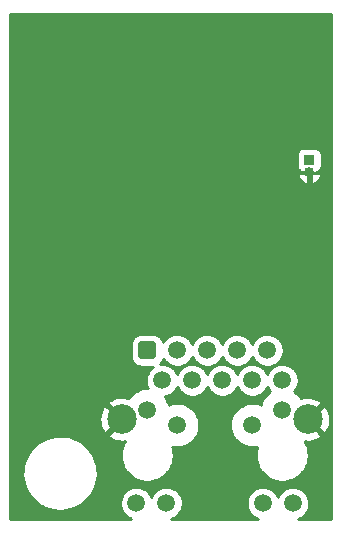
<source format=gbr>
G04 #@! TF.GenerationSoftware,KiCad,Pcbnew,(5.99.0-10539-g7356f9568d)*
G04 #@! TF.CreationDate,2021-06-02T15:47:54+01:00*
G04 #@! TF.ProjectId,CM4IOv5,434d3449-4f76-4352-9e6b-696361645f70,rev?*
G04 #@! TF.SameCoordinates,Original*
G04 #@! TF.FileFunction,Copper,L4,Bot*
G04 #@! TF.FilePolarity,Positive*
%FSLAX46Y46*%
G04 Gerber Fmt 4.6, Leading zero omitted, Abs format (unit mm)*
G04 Created by KiCad (PCBNEW (5.99.0-10539-g7356f9568d)) date 2021-06-02 15:47:54*
%MOMM*%
%LPD*%
G01*
G04 APERTURE LIST*
G04 Aperture macros list*
%AMRoundRect*
0 Rectangle with rounded corners*
0 $1 Rounding radius*
0 $2 $3 $4 $5 $6 $7 $8 $9 X,Y pos of 4 corners*
0 Add a 4 corners polygon primitive as box body*
4,1,4,$2,$3,$4,$5,$6,$7,$8,$9,$2,$3,0*
0 Add four circle primitives for the rounded corners*
1,1,$1+$1,$2,$3*
1,1,$1+$1,$4,$5*
1,1,$1+$1,$6,$7*
1,1,$1+$1,$8,$9*
0 Add four rect primitives between the rounded corners*
20,1,$1+$1,$2,$3,$4,$5,0*
20,1,$1+$1,$4,$5,$6,$7,0*
20,1,$1+$1,$6,$7,$8,$9,0*
20,1,$1+$1,$8,$9,$2,$3,0*%
G04 Aperture macros list end*
G04 #@! TA.AperFunction,ComponentPad*
%ADD10R,0.850000X0.850000*%
G04 #@! TD*
G04 #@! TA.AperFunction,ComponentPad*
%ADD11O,0.850000X0.850000*%
G04 #@! TD*
G04 #@! TA.AperFunction,ComponentPad*
%ADD12RoundRect,0.250500X-0.499500X-0.499500X0.499500X-0.499500X0.499500X0.499500X-0.499500X0.499500X0*%
G04 #@! TD*
G04 #@! TA.AperFunction,ComponentPad*
%ADD13C,1.500000*%
G04 #@! TD*
G04 #@! TA.AperFunction,ComponentPad*
%ADD14C,2.500000*%
G04 #@! TD*
G04 #@! TA.AperFunction,ViaPad*
%ADD15C,0.450000*%
G04 #@! TD*
G04 #@! TA.AperFunction,Conductor*
%ADD16C,0.130000*%
G04 #@! TD*
G04 #@! TA.AperFunction,Conductor*
%ADD17C,0.254000*%
G04 #@! TD*
G04 APERTURE END LIST*
D10*
X124200000Y-100400000D03*
D11*
X124200000Y-101400000D03*
D12*
X110485000Y-116497500D03*
D13*
X111755000Y-119037500D03*
X113025000Y-116497500D03*
X114295000Y-119037500D03*
X115565000Y-116497500D03*
X116835000Y-119037500D03*
X118105000Y-116497500D03*
X119375000Y-119037500D03*
X120645000Y-116497500D03*
X121915000Y-119037500D03*
X110485000Y-121557500D03*
X113025000Y-122827500D03*
X119375000Y-122827500D03*
X121915000Y-121557500D03*
X109570000Y-129447500D03*
X112110000Y-129447500D03*
X120290000Y-129447500D03*
X122830000Y-129447500D03*
D14*
X108325000Y-122337500D03*
X124075000Y-122337500D03*
D15*
X121450000Y-112700000D03*
X124150000Y-117400000D03*
X102200000Y-110400000D03*
X101200000Y-106150000D03*
X108200000Y-118400000D03*
X119175011Y-112400000D03*
X101377101Y-107699704D03*
X112170483Y-112588469D03*
X101270484Y-90920278D03*
X101435806Y-104166129D03*
X109950000Y-103150000D03*
X101200000Y-106150000D03*
X101347273Y-100353306D03*
X101347273Y-100353306D03*
X124700000Y-110150000D03*
X100918000Y-109161016D03*
X111700000Y-96900000D03*
X106200000Y-108900000D03*
X101435806Y-98633871D03*
X125200000Y-89150000D03*
X102450000Y-114900000D03*
X101407690Y-95861537D03*
X101435806Y-102166129D03*
X106200000Y-109400000D03*
X119950000Y-103900000D03*
X122950000Y-97150000D03*
X101450000Y-97400000D03*
X114200000Y-112400000D03*
D16*
X102200000Y-110400000D02*
X102200000Y-107900000D01*
D17*
X126066000Y-130766000D02*
X123257513Y-130766000D01*
X123424452Y-130702919D01*
X123444620Y-130693169D01*
X123637373Y-130577809D01*
X123655496Y-130564642D01*
X123824773Y-130416972D01*
X123840278Y-130400804D01*
X123980730Y-130225491D01*
X123993127Y-130206832D01*
X124100314Y-130009418D01*
X124109211Y-129988859D01*
X124179745Y-129775584D01*
X124184860Y-129753774D01*
X124216511Y-129531379D01*
X124217725Y-129516925D01*
X124219457Y-129450799D01*
X124219001Y-129436299D01*
X124199032Y-129212552D01*
X124195065Y-129190505D01*
X124135790Y-128973831D01*
X124127982Y-128952835D01*
X124031274Y-128750082D01*
X124019870Y-128730800D01*
X123888785Y-128548377D01*
X123874148Y-128531419D01*
X123712831Y-128375092D01*
X123695422Y-128360994D01*
X123508972Y-128235705D01*
X123489341Y-128224914D01*
X123283650Y-128134622D01*
X123262420Y-128127476D01*
X123043991Y-128075035D01*
X123021829Y-128071763D01*
X122797566Y-128058832D01*
X122775175Y-128059536D01*
X122552166Y-128086524D01*
X122530255Y-128091181D01*
X122315549Y-128157233D01*
X122294808Y-128165697D01*
X122095193Y-128268726D01*
X122076279Y-128280729D01*
X121898063Y-128417478D01*
X121881573Y-128432641D01*
X121730390Y-128598789D01*
X121716847Y-128616633D01*
X121597476Y-128806927D01*
X121587306Y-128826887D01*
X121560140Y-128894464D01*
X121491274Y-128750082D01*
X121479870Y-128730800D01*
X121348785Y-128548377D01*
X121334148Y-128531419D01*
X121172831Y-128375092D01*
X121155422Y-128360994D01*
X120968972Y-128235705D01*
X120949341Y-128224914D01*
X120743650Y-128134622D01*
X120722420Y-128127476D01*
X120503991Y-128075035D01*
X120481829Y-128071763D01*
X120257566Y-128058832D01*
X120235175Y-128059536D01*
X120012166Y-128086524D01*
X119990255Y-128091181D01*
X119775549Y-128157233D01*
X119754808Y-128165697D01*
X119555193Y-128268726D01*
X119536279Y-128280729D01*
X119358063Y-128417478D01*
X119341573Y-128432641D01*
X119190390Y-128598789D01*
X119176847Y-128616633D01*
X119057476Y-128806927D01*
X119047306Y-128826887D01*
X118963520Y-129035312D01*
X118957045Y-129056757D01*
X118911492Y-129276726D01*
X118908917Y-129298978D01*
X118903036Y-129523537D01*
X118904443Y-129545895D01*
X118938422Y-129767946D01*
X118943765Y-129789700D01*
X119016528Y-130002225D01*
X119025640Y-130022691D01*
X119134889Y-130218971D01*
X119147480Y-130237498D01*
X119289760Y-130411331D01*
X119305434Y-130427336D01*
X119476248Y-130573225D01*
X119494508Y-130586202D01*
X119688458Y-130699537D01*
X119708727Y-130709075D01*
X119864282Y-130766000D01*
X112537513Y-130766000D01*
X112704452Y-130702919D01*
X112724620Y-130693169D01*
X112917373Y-130577809D01*
X112935496Y-130564642D01*
X113104773Y-130416972D01*
X113120278Y-130400804D01*
X113260730Y-130225491D01*
X113273127Y-130206832D01*
X113380314Y-130009418D01*
X113389211Y-129988859D01*
X113459745Y-129775584D01*
X113464860Y-129753774D01*
X113496511Y-129531379D01*
X113497725Y-129516925D01*
X113499457Y-129450799D01*
X113499001Y-129436299D01*
X113479032Y-129212552D01*
X113475065Y-129190505D01*
X113415790Y-128973831D01*
X113407982Y-128952835D01*
X113311274Y-128750082D01*
X113299870Y-128730800D01*
X113168785Y-128548377D01*
X113154148Y-128531419D01*
X112992831Y-128375092D01*
X112975422Y-128360994D01*
X112788972Y-128235705D01*
X112769341Y-128224914D01*
X112563650Y-128134622D01*
X112542420Y-128127476D01*
X112323991Y-128075035D01*
X112301829Y-128071763D01*
X112077566Y-128058832D01*
X112055175Y-128059536D01*
X111832166Y-128086524D01*
X111810255Y-128091181D01*
X111595549Y-128157233D01*
X111574808Y-128165697D01*
X111375193Y-128268726D01*
X111356279Y-128280729D01*
X111178063Y-128417478D01*
X111161573Y-128432641D01*
X111010390Y-128598789D01*
X110996847Y-128616633D01*
X110877476Y-128806927D01*
X110867306Y-128826887D01*
X110840140Y-128894464D01*
X110771274Y-128750082D01*
X110759870Y-128730800D01*
X110628785Y-128548377D01*
X110614148Y-128531419D01*
X110452831Y-128375092D01*
X110435422Y-128360994D01*
X110248972Y-128235705D01*
X110229341Y-128224914D01*
X110023650Y-128134622D01*
X110002420Y-128127476D01*
X109783991Y-128075035D01*
X109761829Y-128071763D01*
X109537566Y-128058832D01*
X109515175Y-128059536D01*
X109292166Y-128086524D01*
X109270255Y-128091181D01*
X109055549Y-128157233D01*
X109034808Y-128165697D01*
X108835193Y-128268726D01*
X108816279Y-128280729D01*
X108638063Y-128417478D01*
X108621573Y-128432641D01*
X108470390Y-128598789D01*
X108456847Y-128616633D01*
X108337476Y-128806927D01*
X108327306Y-128826887D01*
X108243520Y-129035312D01*
X108237045Y-129056757D01*
X108191492Y-129276726D01*
X108188917Y-129298978D01*
X108183036Y-129523537D01*
X108184443Y-129545895D01*
X108218422Y-129767946D01*
X108223765Y-129789700D01*
X108296528Y-130002225D01*
X108305640Y-130022691D01*
X108414889Y-130218971D01*
X108427480Y-130237498D01*
X108569760Y-130411331D01*
X108585434Y-130427336D01*
X108756248Y-130573225D01*
X108774508Y-130586202D01*
X108968458Y-130699537D01*
X108988727Y-130709075D01*
X109144282Y-130766000D01*
X98834000Y-130766000D01*
X98834000Y-127003886D01*
X99920391Y-127003886D01*
X99920890Y-127018164D01*
X99952591Y-127363161D01*
X99954702Y-127377291D01*
X100025254Y-127716481D01*
X100028952Y-127730281D01*
X100137447Y-128059303D01*
X100142683Y-128072595D01*
X100287728Y-128387221D01*
X100294435Y-128399835D01*
X100474163Y-128696019D01*
X100482255Y-128707794D01*
X100694358Y-128981728D01*
X100703731Y-128992509D01*
X100945480Y-129240672D01*
X100956013Y-129250325D01*
X101224301Y-129469525D01*
X101235859Y-129477922D01*
X101527237Y-129665343D01*
X101539672Y-129672378D01*
X101850393Y-129825609D01*
X101863544Y-129831191D01*
X102189614Y-129948262D01*
X102203312Y-129952320D01*
X102540539Y-130031726D01*
X102554608Y-130034207D01*
X102898656Y-130074928D01*
X102912916Y-130075800D01*
X103259363Y-130077312D01*
X103273630Y-130076564D01*
X103618020Y-130038847D01*
X103632111Y-130036489D01*
X103970018Y-129960028D01*
X103983751Y-129956090D01*
X104310830Y-129841869D01*
X104324029Y-129836402D01*
X104636076Y-129685889D01*
X104648572Y-129678963D01*
X104941574Y-129494092D01*
X104953204Y-129485795D01*
X105223395Y-129268944D01*
X105234012Y-129259385D01*
X105477917Y-129013342D01*
X105487384Y-129002642D01*
X105701869Y-128730569D01*
X105710063Y-128718866D01*
X105892370Y-128424262D01*
X105899187Y-128411706D01*
X106046971Y-128098357D01*
X106052323Y-128085112D01*
X106163686Y-127757049D01*
X106167504Y-127743281D01*
X106241013Y-127404720D01*
X106243248Y-127390610D01*
X106277958Y-127045903D01*
X106278562Y-127036028D01*
X106281470Y-126902749D01*
X106281297Y-126892857D01*
X106261656Y-126546965D01*
X106260039Y-126532770D01*
X106201368Y-126191324D01*
X106198154Y-126177403D01*
X106101207Y-125844794D01*
X106096438Y-125831327D01*
X105962462Y-125511831D01*
X105956200Y-125498991D01*
X105786918Y-125196715D01*
X105779241Y-125184665D01*
X105576827Y-124903496D01*
X105567837Y-124892394D01*
X105334896Y-124635945D01*
X105324706Y-124625931D01*
X105064232Y-124397501D01*
X105052973Y-124388705D01*
X104768313Y-124191230D01*
X104756132Y-124183766D01*
X104450948Y-124019785D01*
X104438000Y-124013747D01*
X104116214Y-123885367D01*
X104102666Y-123880834D01*
X103768416Y-123789707D01*
X103754442Y-123786736D01*
X103412025Y-123734033D01*
X103397804Y-123732664D01*
X103051621Y-123719062D01*
X103037336Y-123719311D01*
X102691839Y-123744986D01*
X102677675Y-123746851D01*
X102337306Y-123811472D01*
X102323444Y-123814928D01*
X101992577Y-123917665D01*
X101979195Y-123922669D01*
X101662086Y-124062201D01*
X101649356Y-124068687D01*
X101350081Y-124243219D01*
X101338168Y-124251104D01*
X101060573Y-124458393D01*
X101049629Y-124467577D01*
X100797286Y-124704959D01*
X100787452Y-124715321D01*
X100563602Y-124979742D01*
X100555004Y-124991152D01*
X100362527Y-125279215D01*
X100355276Y-125291525D01*
X100196646Y-125599524D01*
X100190835Y-125612575D01*
X100068091Y-125936552D01*
X100063795Y-125950178D01*
X99978515Y-126285968D01*
X99975789Y-126299992D01*
X99929070Y-126643277D01*
X99927949Y-126657519D01*
X99920391Y-127003886D01*
X98834000Y-127003886D01*
X98834000Y-122297395D01*
X106436749Y-122297395D01*
X106449286Y-122558401D01*
X106451562Y-122576938D01*
X106502541Y-122833223D01*
X106507532Y-122851218D01*
X106595831Y-123097154D01*
X106603427Y-123114216D01*
X106727109Y-123344398D01*
X106737143Y-123360147D01*
X106814277Y-123463443D01*
X106871061Y-123506058D01*
X106941871Y-123511207D01*
X107004330Y-123477150D01*
X108054885Y-122426595D01*
X108088911Y-122364283D01*
X108083846Y-122293468D01*
X108054885Y-122248405D01*
X107002555Y-121196075D01*
X106940243Y-121162049D01*
X106869428Y-121167114D01*
X106816587Y-121204600D01*
X106792841Y-121233151D01*
X106781995Y-121248356D01*
X106646436Y-121471750D01*
X106637958Y-121488389D01*
X106536908Y-121729366D01*
X106530982Y-121747077D01*
X106466661Y-122000343D01*
X106463418Y-122018734D01*
X106437238Y-122278726D01*
X106436749Y-122297395D01*
X98834000Y-122297395D01*
X98834000Y-120944512D01*
X107147604Y-120944512D01*
X107177685Y-121008821D01*
X107183058Y-121014538D01*
X108506020Y-122337500D01*
X107185313Y-123658207D01*
X107151287Y-123720519D01*
X107156352Y-123791334D01*
X107199903Y-123848914D01*
X107316247Y-123934221D01*
X107332085Y-123944117D01*
X107563338Y-124065785D01*
X107580464Y-124073232D01*
X107827161Y-124159382D01*
X107845200Y-124164216D01*
X108101921Y-124212956D01*
X108120476Y-124215070D01*
X108381581Y-124225329D01*
X108400245Y-124224677D01*
X108583746Y-124204580D01*
X108577398Y-124214820D01*
X108442868Y-124468903D01*
X108435896Y-124484561D01*
X108337093Y-124754551D01*
X108332311Y-124771010D01*
X108271065Y-125051912D01*
X108268561Y-125068868D01*
X108246004Y-125355482D01*
X108245825Y-125372621D01*
X108262375Y-125659645D01*
X108264523Y-125676650D01*
X108319873Y-125958772D01*
X108324309Y-125975327D01*
X108417435Y-126247327D01*
X108424077Y-126263128D01*
X108553257Y-126519973D01*
X108561982Y-126534726D01*
X108724824Y-126771663D01*
X108735470Y-126785096D01*
X108928961Y-126997740D01*
X108941333Y-127009603D01*
X109161894Y-127194020D01*
X109175760Y-127204094D01*
X109419308Y-127356872D01*
X109434413Y-127364972D01*
X109696442Y-127483282D01*
X109712507Y-127489256D01*
X109988168Y-127570911D01*
X110004895Y-127574650D01*
X110289088Y-127618138D01*
X110306168Y-127619572D01*
X110593633Y-127624088D01*
X110610750Y-127623191D01*
X110896168Y-127588651D01*
X110913003Y-127585440D01*
X111191094Y-127512485D01*
X111207339Y-127507018D01*
X111472954Y-127396996D01*
X111488306Y-127389375D01*
X111736533Y-127244323D01*
X111750709Y-127234689D01*
X111976954Y-127057291D01*
X111989692Y-127045822D01*
X112189767Y-126839360D01*
X112200830Y-126826269D01*
X112371034Y-126594564D01*
X112380218Y-126580092D01*
X112517402Y-126327431D01*
X112524537Y-126311847D01*
X112626161Y-126042907D01*
X112631115Y-126026498D01*
X112695299Y-125746253D01*
X112697980Y-125729325D01*
X112723537Y-125442963D01*
X112724029Y-125433083D01*
X112724493Y-125388821D01*
X112724208Y-125378930D01*
X112704654Y-125092095D01*
X112702328Y-125075114D01*
X112644026Y-124793587D01*
X112639417Y-124777078D01*
X112596674Y-124656376D01*
X112802770Y-124695504D01*
X112821325Y-124697618D01*
X113081319Y-124707834D01*
X113099983Y-124707182D01*
X113358631Y-124678855D01*
X113376994Y-124675452D01*
X113628615Y-124609206D01*
X113646273Y-124603126D01*
X113885338Y-124500416D01*
X113901903Y-124491792D01*
X114123160Y-124354873D01*
X114138269Y-124343896D01*
X114336858Y-124175778D01*
X114350178Y-124162689D01*
X114521737Y-123967064D01*
X114532976Y-123952149D01*
X114673734Y-123733315D01*
X114682645Y-123716903D01*
X114789512Y-123479667D01*
X114795899Y-123462118D01*
X114866527Y-123211692D01*
X114870251Y-123193391D01*
X114903087Y-122935277D01*
X114904051Y-122922674D01*
X114906457Y-122830798D01*
X114906154Y-122818162D01*
X114886871Y-122558683D01*
X114884110Y-122540213D01*
X114826686Y-122286433D01*
X114821226Y-122268573D01*
X114726921Y-122026070D01*
X114718881Y-122009215D01*
X114589768Y-121783314D01*
X114579325Y-121767831D01*
X114418240Y-121563495D01*
X114405623Y-121549726D01*
X114216105Y-121371445D01*
X114201592Y-121359692D01*
X113987804Y-121211382D01*
X113971712Y-121201904D01*
X113738350Y-121086823D01*
X113721035Y-121079827D01*
X113473226Y-121000503D01*
X113455067Y-120996144D01*
X113198256Y-120954319D01*
X113179651Y-120952691D01*
X112919478Y-120949285D01*
X112900838Y-120950425D01*
X112643020Y-120985513D01*
X112624753Y-120989396D01*
X112374953Y-121062206D01*
X112357460Y-121068746D01*
X112304090Y-121093350D01*
X112286686Y-121016433D01*
X112281226Y-120998573D01*
X112186921Y-120756070D01*
X112178881Y-120739215D01*
X112049768Y-120513314D01*
X112039325Y-120497831D01*
X111967136Y-120406259D01*
X112117742Y-120378346D01*
X112139318Y-120372322D01*
X112349452Y-120292919D01*
X112369620Y-120283169D01*
X112562373Y-120167809D01*
X112580496Y-120154642D01*
X112749773Y-120006972D01*
X112765278Y-119990804D01*
X112905730Y-119815491D01*
X112918127Y-119796832D01*
X113024993Y-119600008D01*
X113030640Y-119612691D01*
X113139889Y-119808971D01*
X113152480Y-119827498D01*
X113294760Y-120001331D01*
X113310434Y-120017336D01*
X113481248Y-120163225D01*
X113499508Y-120176202D01*
X113693458Y-120289537D01*
X113713727Y-120299075D01*
X113924681Y-120376273D01*
X113946319Y-120382071D01*
X114167610Y-120420693D01*
X114189933Y-120422567D01*
X114414566Y-120421391D01*
X114436868Y-120419283D01*
X114657742Y-120378346D01*
X114679318Y-120372322D01*
X114889452Y-120292919D01*
X114909620Y-120283169D01*
X115102373Y-120167809D01*
X115120496Y-120154642D01*
X115289773Y-120006972D01*
X115305278Y-119990804D01*
X115445730Y-119815491D01*
X115458127Y-119796832D01*
X115564993Y-119600008D01*
X115570640Y-119612691D01*
X115679889Y-119808971D01*
X115692480Y-119827498D01*
X115834760Y-120001331D01*
X115850434Y-120017336D01*
X116021248Y-120163225D01*
X116039508Y-120176202D01*
X116233458Y-120289537D01*
X116253727Y-120299075D01*
X116464681Y-120376273D01*
X116486319Y-120382071D01*
X116707610Y-120420693D01*
X116729933Y-120422567D01*
X116954566Y-120421391D01*
X116976868Y-120419283D01*
X117197742Y-120378346D01*
X117219318Y-120372322D01*
X117429452Y-120292919D01*
X117449620Y-120283169D01*
X117642373Y-120167809D01*
X117660496Y-120154642D01*
X117829773Y-120006972D01*
X117845278Y-119990804D01*
X117985730Y-119815491D01*
X117998127Y-119796832D01*
X118104993Y-119600008D01*
X118110640Y-119612691D01*
X118219889Y-119808971D01*
X118232480Y-119827498D01*
X118374760Y-120001331D01*
X118390434Y-120017336D01*
X118561248Y-120163225D01*
X118579508Y-120176202D01*
X118773458Y-120289537D01*
X118793727Y-120299075D01*
X119004681Y-120376273D01*
X119026319Y-120382071D01*
X119247610Y-120420693D01*
X119269933Y-120422567D01*
X119494566Y-120421391D01*
X119516868Y-120419283D01*
X119737742Y-120378346D01*
X119759318Y-120372322D01*
X119969452Y-120292919D01*
X119989620Y-120283169D01*
X120182373Y-120167809D01*
X120200496Y-120154642D01*
X120369773Y-120006972D01*
X120385278Y-119990804D01*
X120525730Y-119815491D01*
X120538127Y-119796832D01*
X120644993Y-119600008D01*
X120650640Y-119612691D01*
X120759889Y-119808971D01*
X120772480Y-119827498D01*
X120897661Y-119980441D01*
X120777234Y-120059396D01*
X120762418Y-120070765D01*
X120568298Y-120244024D01*
X120555325Y-120257458D01*
X120388946Y-120457507D01*
X120378101Y-120472711D01*
X120243119Y-120695155D01*
X120234641Y-120711795D01*
X120134021Y-120951747D01*
X120128095Y-120969457D01*
X120097182Y-121091178D01*
X120088350Y-121086823D01*
X120071035Y-121079827D01*
X119823226Y-121000503D01*
X119805067Y-120996144D01*
X119548256Y-120954319D01*
X119529651Y-120952691D01*
X119269478Y-120949285D01*
X119250838Y-120950425D01*
X118993020Y-120985513D01*
X118974753Y-120989396D01*
X118724953Y-121062206D01*
X118707460Y-121068746D01*
X118471166Y-121177679D01*
X118454832Y-121186733D01*
X118237234Y-121329396D01*
X118222418Y-121340765D01*
X118028298Y-121514024D01*
X118015325Y-121527458D01*
X117848946Y-121727507D01*
X117838101Y-121742711D01*
X117703119Y-121965155D01*
X117694641Y-121981795D01*
X117594021Y-122221747D01*
X117588095Y-122239457D01*
X117524047Y-122491646D01*
X117520804Y-122510037D01*
X117494736Y-122768922D01*
X117494247Y-122787591D01*
X117506730Y-123047487D01*
X117509006Y-123066024D01*
X117559768Y-123321219D01*
X117564759Y-123339214D01*
X117652683Y-123584103D01*
X117660279Y-123601164D01*
X117783434Y-123830367D01*
X117793468Y-123846118D01*
X117949149Y-124054601D01*
X117961401Y-124068695D01*
X118146188Y-124251876D01*
X118160389Y-124264005D01*
X118370222Y-124417860D01*
X118386059Y-124427756D01*
X118616328Y-124548907D01*
X118633455Y-124556354D01*
X118879102Y-124642138D01*
X118897141Y-124646972D01*
X119152770Y-124695504D01*
X119171325Y-124697618D01*
X119431319Y-124707834D01*
X119449983Y-124707182D01*
X119708631Y-124678855D01*
X119726994Y-124675452D01*
X119803401Y-124655336D01*
X119767093Y-124754551D01*
X119762311Y-124771010D01*
X119701065Y-125051912D01*
X119698561Y-125068868D01*
X119676004Y-125355482D01*
X119675825Y-125372621D01*
X119692375Y-125659645D01*
X119694523Y-125676650D01*
X119749873Y-125958772D01*
X119754309Y-125975327D01*
X119847435Y-126247327D01*
X119854077Y-126263128D01*
X119983257Y-126519973D01*
X119991982Y-126534726D01*
X120154824Y-126771663D01*
X120165470Y-126785096D01*
X120358961Y-126997740D01*
X120371333Y-127009603D01*
X120591894Y-127194020D01*
X120605760Y-127204094D01*
X120849308Y-127356872D01*
X120864413Y-127364972D01*
X121126442Y-127483282D01*
X121142507Y-127489256D01*
X121418168Y-127570911D01*
X121434895Y-127574650D01*
X121719088Y-127618138D01*
X121736168Y-127619572D01*
X122023633Y-127624088D01*
X122040750Y-127623191D01*
X122326168Y-127588651D01*
X122343003Y-127585440D01*
X122621094Y-127512485D01*
X122637339Y-127507018D01*
X122902954Y-127396996D01*
X122918306Y-127389375D01*
X123166533Y-127244323D01*
X123180709Y-127234689D01*
X123406954Y-127057291D01*
X123419692Y-127045822D01*
X123619767Y-126839360D01*
X123630830Y-126826269D01*
X123801034Y-126594564D01*
X123810218Y-126580092D01*
X123947402Y-126327431D01*
X123954537Y-126311847D01*
X124056161Y-126042907D01*
X124061115Y-126026498D01*
X124125299Y-125746253D01*
X124127980Y-125729325D01*
X124153537Y-125442963D01*
X124154029Y-125433083D01*
X124154493Y-125388821D01*
X124154208Y-125378930D01*
X124134654Y-125092095D01*
X124132328Y-125075114D01*
X124074026Y-124793587D01*
X124069417Y-124777078D01*
X123973447Y-124506068D01*
X123966640Y-124490338D01*
X123834778Y-124234860D01*
X123825899Y-124220200D01*
X123816017Y-124206139D01*
X123851921Y-124212956D01*
X123870476Y-124215070D01*
X124131581Y-124225329D01*
X124150245Y-124224677D01*
X124409998Y-124196229D01*
X124428361Y-124192826D01*
X124681057Y-124126297D01*
X124698715Y-124120217D01*
X124938801Y-124017068D01*
X124955366Y-124008444D01*
X125177568Y-123870941D01*
X125192674Y-123859967D01*
X125209366Y-123845837D01*
X125248436Y-123786557D01*
X125249254Y-123715565D01*
X125217052Y-123660572D01*
X123893980Y-122337500D01*
X123920763Y-122310717D01*
X124311089Y-122310717D01*
X124316154Y-122381532D01*
X124345115Y-122426595D01*
X125398681Y-123480161D01*
X125460993Y-123514187D01*
X125531808Y-123509122D01*
X125588644Y-123466575D01*
X125593747Y-123459229D01*
X125730326Y-123246894D01*
X125739237Y-123230481D01*
X125846560Y-122992232D01*
X125852947Y-122974683D01*
X125923876Y-122723187D01*
X125927600Y-122704887D01*
X125960577Y-122445669D01*
X125961541Y-122433066D01*
X125963957Y-122340798D01*
X125963654Y-122328162D01*
X125944289Y-122067574D01*
X125941528Y-122049104D01*
X125883858Y-121794241D01*
X125878398Y-121776382D01*
X125783691Y-121532842D01*
X125775651Y-121515986D01*
X125645986Y-121289120D01*
X125635543Y-121273637D01*
X125584176Y-121208478D01*
X125526295Y-121167365D01*
X125455375Y-121164071D01*
X125396131Y-121197389D01*
X124345115Y-122248405D01*
X124311089Y-122310717D01*
X123920763Y-122310717D01*
X125215376Y-121016104D01*
X125249402Y-120953792D01*
X125244337Y-120882977D01*
X125198100Y-120823481D01*
X125041609Y-120714920D01*
X125025518Y-120705442D01*
X124791159Y-120589869D01*
X124773844Y-120582873D01*
X124524977Y-120503210D01*
X124506818Y-120498850D01*
X124248910Y-120456847D01*
X124230306Y-120455220D01*
X123969021Y-120451799D01*
X123950379Y-120452939D01*
X123691460Y-120488177D01*
X123673194Y-120492060D01*
X123496976Y-120543422D01*
X123479768Y-120513314D01*
X123469325Y-120497831D01*
X123308240Y-120293495D01*
X123295623Y-120279726D01*
X123106105Y-120101445D01*
X123091592Y-120089692D01*
X122933769Y-119980206D01*
X123065730Y-119815491D01*
X123078127Y-119796832D01*
X123185314Y-119599418D01*
X123194211Y-119578859D01*
X123264745Y-119365584D01*
X123269860Y-119343774D01*
X123301511Y-119121379D01*
X123302725Y-119106925D01*
X123304457Y-119040799D01*
X123304001Y-119026299D01*
X123284032Y-118802552D01*
X123280065Y-118780505D01*
X123220790Y-118563831D01*
X123212982Y-118542835D01*
X123116274Y-118340082D01*
X123104870Y-118320800D01*
X122973785Y-118138377D01*
X122959148Y-118121419D01*
X122797831Y-117965092D01*
X122780422Y-117950994D01*
X122593972Y-117825705D01*
X122574341Y-117814914D01*
X122368650Y-117724622D01*
X122347420Y-117717476D01*
X122128991Y-117665035D01*
X122106829Y-117661763D01*
X121882566Y-117648832D01*
X121860175Y-117649536D01*
X121637166Y-117676524D01*
X121615255Y-117681181D01*
X121400549Y-117747233D01*
X121379808Y-117755697D01*
X121180193Y-117858726D01*
X121161279Y-117870729D01*
X120983063Y-118007478D01*
X120966573Y-118022641D01*
X120815390Y-118188789D01*
X120801847Y-118206633D01*
X120682476Y-118396927D01*
X120672306Y-118416887D01*
X120645140Y-118484464D01*
X120576274Y-118340082D01*
X120564870Y-118320800D01*
X120433785Y-118138377D01*
X120419148Y-118121419D01*
X120257831Y-117965092D01*
X120240422Y-117950994D01*
X120053972Y-117825705D01*
X120034341Y-117814914D01*
X119828650Y-117724622D01*
X119807420Y-117717476D01*
X119588991Y-117665035D01*
X119566829Y-117661763D01*
X119342566Y-117648832D01*
X119320175Y-117649536D01*
X119097166Y-117676524D01*
X119075255Y-117681181D01*
X118860549Y-117747233D01*
X118839808Y-117755697D01*
X118640193Y-117858726D01*
X118621279Y-117870729D01*
X118443063Y-118007478D01*
X118426573Y-118022641D01*
X118275390Y-118188789D01*
X118261847Y-118206633D01*
X118142476Y-118396927D01*
X118132306Y-118416887D01*
X118105140Y-118484464D01*
X118036274Y-118340082D01*
X118024870Y-118320800D01*
X117893785Y-118138377D01*
X117879148Y-118121419D01*
X117717831Y-117965092D01*
X117700422Y-117950994D01*
X117513972Y-117825705D01*
X117494341Y-117814914D01*
X117288650Y-117724622D01*
X117267420Y-117717476D01*
X117048991Y-117665035D01*
X117026829Y-117661763D01*
X116802566Y-117648832D01*
X116780175Y-117649536D01*
X116557166Y-117676524D01*
X116535255Y-117681181D01*
X116320549Y-117747233D01*
X116299808Y-117755697D01*
X116100193Y-117858726D01*
X116081279Y-117870729D01*
X115903063Y-118007478D01*
X115886573Y-118022641D01*
X115735390Y-118188789D01*
X115721847Y-118206633D01*
X115602476Y-118396927D01*
X115592306Y-118416887D01*
X115565140Y-118484464D01*
X115496274Y-118340082D01*
X115484870Y-118320800D01*
X115353785Y-118138377D01*
X115339148Y-118121419D01*
X115177831Y-117965092D01*
X115160422Y-117950994D01*
X114973972Y-117825705D01*
X114954341Y-117814914D01*
X114748650Y-117724622D01*
X114727420Y-117717476D01*
X114508991Y-117665035D01*
X114486829Y-117661763D01*
X114262566Y-117648832D01*
X114240175Y-117649536D01*
X114017166Y-117676524D01*
X113995255Y-117681181D01*
X113780549Y-117747233D01*
X113759808Y-117755697D01*
X113560193Y-117858726D01*
X113541279Y-117870729D01*
X113363063Y-118007478D01*
X113346573Y-118022641D01*
X113195390Y-118188789D01*
X113181847Y-118206633D01*
X113062476Y-118396927D01*
X113052306Y-118416887D01*
X113025140Y-118484464D01*
X112956274Y-118340082D01*
X112944870Y-118320800D01*
X112813785Y-118138377D01*
X112799148Y-118121419D01*
X112637831Y-117965092D01*
X112620422Y-117950994D01*
X112433972Y-117825705D01*
X112414341Y-117814914D01*
X112208650Y-117724622D01*
X112187420Y-117717476D01*
X111968991Y-117665035D01*
X111946829Y-117661763D01*
X111722566Y-117648832D01*
X111700175Y-117649536D01*
X111570319Y-117665251D01*
X111687732Y-117541307D01*
X111705213Y-117517939D01*
X111794088Y-117364929D01*
X111805725Y-117338167D01*
X111841908Y-117218699D01*
X111869889Y-117268971D01*
X111882480Y-117287498D01*
X112024760Y-117461331D01*
X112040434Y-117477336D01*
X112211248Y-117623225D01*
X112229508Y-117636202D01*
X112423458Y-117749537D01*
X112443727Y-117759075D01*
X112654681Y-117836273D01*
X112676319Y-117842071D01*
X112897610Y-117880693D01*
X112919933Y-117882567D01*
X113144566Y-117881391D01*
X113166868Y-117879283D01*
X113387742Y-117838346D01*
X113409318Y-117832322D01*
X113619452Y-117752919D01*
X113639620Y-117743169D01*
X113832373Y-117627809D01*
X113850496Y-117614642D01*
X114019773Y-117466972D01*
X114035278Y-117450804D01*
X114175730Y-117275491D01*
X114188127Y-117256832D01*
X114294993Y-117060008D01*
X114300640Y-117072691D01*
X114409889Y-117268971D01*
X114422480Y-117287498D01*
X114564760Y-117461331D01*
X114580434Y-117477336D01*
X114751248Y-117623225D01*
X114769508Y-117636202D01*
X114963458Y-117749537D01*
X114983727Y-117759075D01*
X115194681Y-117836273D01*
X115216319Y-117842071D01*
X115437610Y-117880693D01*
X115459933Y-117882567D01*
X115684566Y-117881391D01*
X115706868Y-117879283D01*
X115927742Y-117838346D01*
X115949318Y-117832322D01*
X116159452Y-117752919D01*
X116179620Y-117743169D01*
X116372373Y-117627809D01*
X116390496Y-117614642D01*
X116559773Y-117466972D01*
X116575278Y-117450804D01*
X116715730Y-117275491D01*
X116728127Y-117256832D01*
X116834993Y-117060008D01*
X116840640Y-117072691D01*
X116949889Y-117268971D01*
X116962480Y-117287498D01*
X117104760Y-117461331D01*
X117120434Y-117477336D01*
X117291248Y-117623225D01*
X117309508Y-117636202D01*
X117503458Y-117749537D01*
X117523727Y-117759075D01*
X117734681Y-117836273D01*
X117756319Y-117842071D01*
X117977610Y-117880693D01*
X117999933Y-117882567D01*
X118224566Y-117881391D01*
X118246868Y-117879283D01*
X118467742Y-117838346D01*
X118489318Y-117832322D01*
X118699452Y-117752919D01*
X118719620Y-117743169D01*
X118912373Y-117627809D01*
X118930496Y-117614642D01*
X119099773Y-117466972D01*
X119115278Y-117450804D01*
X119255730Y-117275491D01*
X119268127Y-117256832D01*
X119374993Y-117060008D01*
X119380640Y-117072691D01*
X119489889Y-117268971D01*
X119502480Y-117287498D01*
X119644760Y-117461331D01*
X119660434Y-117477336D01*
X119831248Y-117623225D01*
X119849508Y-117636202D01*
X120043458Y-117749537D01*
X120063727Y-117759075D01*
X120274681Y-117836273D01*
X120296319Y-117842071D01*
X120517610Y-117880693D01*
X120539933Y-117882567D01*
X120764566Y-117881391D01*
X120786868Y-117879283D01*
X121007742Y-117838346D01*
X121029318Y-117832322D01*
X121239452Y-117752919D01*
X121259620Y-117743169D01*
X121452373Y-117627809D01*
X121470496Y-117614642D01*
X121639773Y-117466972D01*
X121655278Y-117450804D01*
X121795730Y-117275491D01*
X121808127Y-117256832D01*
X121915314Y-117059418D01*
X121924211Y-117038859D01*
X121994745Y-116825584D01*
X121999860Y-116803774D01*
X122031511Y-116581379D01*
X122032725Y-116566925D01*
X122034457Y-116500799D01*
X122034001Y-116486299D01*
X122014032Y-116262552D01*
X122010065Y-116240505D01*
X121950790Y-116023831D01*
X121942982Y-116002835D01*
X121846274Y-115800082D01*
X121834870Y-115780800D01*
X121703785Y-115598377D01*
X121689148Y-115581419D01*
X121527831Y-115425092D01*
X121510422Y-115410994D01*
X121323972Y-115285705D01*
X121304341Y-115274914D01*
X121098650Y-115184622D01*
X121077420Y-115177476D01*
X120858991Y-115125035D01*
X120836829Y-115121763D01*
X120612566Y-115108832D01*
X120590175Y-115109536D01*
X120367166Y-115136524D01*
X120345255Y-115141181D01*
X120130549Y-115207233D01*
X120109808Y-115215697D01*
X119910193Y-115318726D01*
X119891279Y-115330729D01*
X119713063Y-115467478D01*
X119696573Y-115482641D01*
X119545390Y-115648789D01*
X119531847Y-115666633D01*
X119412476Y-115856927D01*
X119402306Y-115876887D01*
X119375140Y-115944464D01*
X119306274Y-115800082D01*
X119294870Y-115780800D01*
X119163785Y-115598377D01*
X119149148Y-115581419D01*
X118987831Y-115425092D01*
X118970422Y-115410994D01*
X118783972Y-115285705D01*
X118764341Y-115274914D01*
X118558650Y-115184622D01*
X118537420Y-115177476D01*
X118318991Y-115125035D01*
X118296829Y-115121763D01*
X118072566Y-115108832D01*
X118050175Y-115109536D01*
X117827166Y-115136524D01*
X117805255Y-115141181D01*
X117590549Y-115207233D01*
X117569808Y-115215697D01*
X117370193Y-115318726D01*
X117351279Y-115330729D01*
X117173063Y-115467478D01*
X117156573Y-115482641D01*
X117005390Y-115648789D01*
X116991847Y-115666633D01*
X116872476Y-115856927D01*
X116862306Y-115876887D01*
X116835140Y-115944464D01*
X116766274Y-115800082D01*
X116754870Y-115780800D01*
X116623785Y-115598377D01*
X116609148Y-115581419D01*
X116447831Y-115425092D01*
X116430422Y-115410994D01*
X116243972Y-115285705D01*
X116224341Y-115274914D01*
X116018650Y-115184622D01*
X115997420Y-115177476D01*
X115778991Y-115125035D01*
X115756829Y-115121763D01*
X115532566Y-115108832D01*
X115510175Y-115109536D01*
X115287166Y-115136524D01*
X115265255Y-115141181D01*
X115050549Y-115207233D01*
X115029808Y-115215697D01*
X114830193Y-115318726D01*
X114811279Y-115330729D01*
X114633063Y-115467478D01*
X114616573Y-115482641D01*
X114465390Y-115648789D01*
X114451847Y-115666633D01*
X114332476Y-115856927D01*
X114322306Y-115876887D01*
X114295140Y-115944464D01*
X114226274Y-115800082D01*
X114214870Y-115780800D01*
X114083785Y-115598377D01*
X114069148Y-115581419D01*
X113907831Y-115425092D01*
X113890422Y-115410994D01*
X113703972Y-115285705D01*
X113684341Y-115274914D01*
X113478650Y-115184622D01*
X113457420Y-115177476D01*
X113238991Y-115125035D01*
X113216829Y-115121763D01*
X112992566Y-115108832D01*
X112970175Y-115109536D01*
X112747166Y-115136524D01*
X112725255Y-115141181D01*
X112510549Y-115207233D01*
X112489808Y-115215697D01*
X112290193Y-115318726D01*
X112271279Y-115330729D01*
X112093063Y-115467478D01*
X112076573Y-115482641D01*
X111925390Y-115648789D01*
X111911847Y-115666633D01*
X111844525Y-115773953D01*
X111786073Y-115612921D01*
X111773006Y-115586827D01*
X111675986Y-115438847D01*
X111657267Y-115416459D01*
X111528807Y-115294768D01*
X111505439Y-115277287D01*
X111352429Y-115188412D01*
X111325667Y-115176775D01*
X111156316Y-115125484D01*
X111130994Y-115120574D01*
X111051723Y-115113499D01*
X111040522Y-115113000D01*
X109942613Y-115113000D01*
X109928022Y-115113848D01*
X109795151Y-115129339D01*
X109766751Y-115136052D01*
X109600421Y-115196427D01*
X109574327Y-115209494D01*
X109426347Y-115306514D01*
X109403959Y-115325233D01*
X109282268Y-115453693D01*
X109264787Y-115477061D01*
X109175912Y-115630071D01*
X109164275Y-115656833D01*
X109112984Y-115826184D01*
X109108074Y-115851506D01*
X109100999Y-115930777D01*
X109100500Y-115941978D01*
X109100500Y-117039887D01*
X109101348Y-117054478D01*
X109116839Y-117187349D01*
X109123552Y-117215749D01*
X109183927Y-117382079D01*
X109196994Y-117408173D01*
X109294014Y-117556153D01*
X109312733Y-117578541D01*
X109441193Y-117700232D01*
X109464561Y-117717713D01*
X109617571Y-117806588D01*
X109644333Y-117818225D01*
X109813684Y-117869516D01*
X109839006Y-117874426D01*
X109918277Y-117881501D01*
X109929478Y-117882000D01*
X110986590Y-117882000D01*
X110823063Y-118007478D01*
X110806573Y-118022641D01*
X110655390Y-118188789D01*
X110641847Y-118206633D01*
X110522476Y-118396927D01*
X110512306Y-118416887D01*
X110428520Y-118625312D01*
X110422045Y-118646757D01*
X110376492Y-118866726D01*
X110373917Y-118888978D01*
X110368036Y-119113537D01*
X110369443Y-119135895D01*
X110403422Y-119357946D01*
X110408765Y-119379700D01*
X110481528Y-119592225D01*
X110490640Y-119612691D01*
X110528794Y-119681240D01*
X110379478Y-119679285D01*
X110360838Y-119680425D01*
X110103020Y-119715513D01*
X110084753Y-119719396D01*
X109834953Y-119792206D01*
X109817460Y-119798746D01*
X109581166Y-119907679D01*
X109564832Y-119916733D01*
X109347234Y-120059396D01*
X109332418Y-120070765D01*
X109138298Y-120244024D01*
X109125325Y-120257458D01*
X108958946Y-120457507D01*
X108948101Y-120472711D01*
X108904445Y-120544653D01*
X108774977Y-120503210D01*
X108756818Y-120498850D01*
X108498910Y-120456847D01*
X108480306Y-120455220D01*
X108219021Y-120451799D01*
X108200379Y-120452939D01*
X107941460Y-120488177D01*
X107923194Y-120492060D01*
X107672326Y-120565181D01*
X107654833Y-120571721D01*
X107417530Y-120681119D01*
X107401196Y-120690173D01*
X107203068Y-120820071D01*
X107157067Y-120874148D01*
X107147604Y-120944512D01*
X98834000Y-120944512D01*
X98834000Y-101671932D01*
X123176943Y-101671932D01*
X123181828Y-101692936D01*
X123223261Y-101820455D01*
X123233975Y-101844519D01*
X123332023Y-102014343D01*
X123347506Y-102035653D01*
X123478719Y-102181380D01*
X123498294Y-102199006D01*
X123656939Y-102314268D01*
X123679751Y-102327439D01*
X123858893Y-102407198D01*
X123883945Y-102415337D01*
X123919803Y-102422959D01*
X123990593Y-102417558D01*
X124047226Y-102374741D01*
X124071720Y-102308104D01*
X124072000Y-102299713D01*
X124072000Y-101654000D01*
X124328000Y-101654000D01*
X124328000Y-102299713D01*
X124348002Y-102367834D01*
X124401658Y-102414327D01*
X124471932Y-102424431D01*
X124480197Y-102422959D01*
X124516055Y-102415337D01*
X124541107Y-102407198D01*
X124720249Y-102327439D01*
X124743061Y-102314268D01*
X124901706Y-102199006D01*
X124921281Y-102181380D01*
X125052494Y-102035653D01*
X125067977Y-102014343D01*
X125166025Y-101844519D01*
X125176739Y-101820455D01*
X125218172Y-101692936D01*
X125220199Y-101621968D01*
X125183537Y-101561170D01*
X125119824Y-101529845D01*
X125098339Y-101528000D01*
X124454000Y-101528000D01*
X124385879Y-101548002D01*
X124339386Y-101601658D01*
X124328000Y-101654000D01*
X124072000Y-101654000D01*
X124051998Y-101585879D01*
X123998342Y-101539386D01*
X123946000Y-101528000D01*
X123301661Y-101528000D01*
X123233540Y-101548002D01*
X123187047Y-101601658D01*
X123176943Y-101671932D01*
X98834000Y-101671932D01*
X98834000Y-99975000D01*
X123135500Y-99975000D01*
X123135500Y-100825000D01*
X123135821Y-100833989D01*
X123141048Y-100907068D01*
X123145831Y-100933577D01*
X123187008Y-101073814D01*
X123190294Y-101081009D01*
X123181828Y-101107064D01*
X123179800Y-101178031D01*
X123216463Y-101238829D01*
X123280175Y-101270155D01*
X123301661Y-101272000D01*
X123322304Y-101272000D01*
X123414868Y-101352208D01*
X123445039Y-101371598D01*
X123577988Y-101432314D01*
X123612399Y-101442418D01*
X123757069Y-101463218D01*
X123775000Y-101464500D01*
X124625000Y-101464500D01*
X124633989Y-101464179D01*
X124707068Y-101458952D01*
X124733577Y-101454169D01*
X124873814Y-101412992D01*
X124906437Y-101398094D01*
X125029392Y-101319075D01*
X125056495Y-101295590D01*
X125076936Y-101272000D01*
X125098339Y-101272000D01*
X125166460Y-101251998D01*
X125212953Y-101198342D01*
X125223057Y-101128068D01*
X125218172Y-101107065D01*
X125207904Y-101075463D01*
X125232314Y-101022012D01*
X125242418Y-100987601D01*
X125263218Y-100842931D01*
X125264500Y-100825000D01*
X125264500Y-99975000D01*
X125264179Y-99966011D01*
X125258952Y-99892932D01*
X125254169Y-99866423D01*
X125212992Y-99726186D01*
X125198094Y-99693563D01*
X125119075Y-99570608D01*
X125095590Y-99543505D01*
X124985132Y-99447792D01*
X124954961Y-99428402D01*
X124822012Y-99367686D01*
X124787601Y-99357582D01*
X124642931Y-99336782D01*
X124625000Y-99335500D01*
X123775000Y-99335500D01*
X123766011Y-99335821D01*
X123692932Y-99341048D01*
X123666423Y-99345831D01*
X123526186Y-99387008D01*
X123493563Y-99401906D01*
X123370608Y-99480925D01*
X123343505Y-99504410D01*
X123247792Y-99614868D01*
X123228402Y-99645039D01*
X123167686Y-99777988D01*
X123157582Y-99812399D01*
X123136782Y-99957069D01*
X123135500Y-99975000D01*
X98834000Y-99975000D01*
X98834000Y-88034000D01*
X126066000Y-88034000D01*
X126066000Y-130766000D01*
G04 #@! TA.AperFunction,Conductor*
G36*
X126066000Y-130766000D02*
G01*
X123257513Y-130766000D01*
X123424452Y-130702919D01*
X123444620Y-130693169D01*
X123637373Y-130577809D01*
X123655496Y-130564642D01*
X123824773Y-130416972D01*
X123840278Y-130400804D01*
X123980730Y-130225491D01*
X123993127Y-130206832D01*
X124100314Y-130009418D01*
X124109211Y-129988859D01*
X124179745Y-129775584D01*
X124184860Y-129753774D01*
X124216511Y-129531379D01*
X124217725Y-129516925D01*
X124219457Y-129450799D01*
X124219001Y-129436299D01*
X124199032Y-129212552D01*
X124195065Y-129190505D01*
X124135790Y-128973831D01*
X124127982Y-128952835D01*
X124031274Y-128750082D01*
X124019870Y-128730800D01*
X123888785Y-128548377D01*
X123874148Y-128531419D01*
X123712831Y-128375092D01*
X123695422Y-128360994D01*
X123508972Y-128235705D01*
X123489341Y-128224914D01*
X123283650Y-128134622D01*
X123262420Y-128127476D01*
X123043991Y-128075035D01*
X123021829Y-128071763D01*
X122797566Y-128058832D01*
X122775175Y-128059536D01*
X122552166Y-128086524D01*
X122530255Y-128091181D01*
X122315549Y-128157233D01*
X122294808Y-128165697D01*
X122095193Y-128268726D01*
X122076279Y-128280729D01*
X121898063Y-128417478D01*
X121881573Y-128432641D01*
X121730390Y-128598789D01*
X121716847Y-128616633D01*
X121597476Y-128806927D01*
X121587306Y-128826887D01*
X121560140Y-128894464D01*
X121491274Y-128750082D01*
X121479870Y-128730800D01*
X121348785Y-128548377D01*
X121334148Y-128531419D01*
X121172831Y-128375092D01*
X121155422Y-128360994D01*
X120968972Y-128235705D01*
X120949341Y-128224914D01*
X120743650Y-128134622D01*
X120722420Y-128127476D01*
X120503991Y-128075035D01*
X120481829Y-128071763D01*
X120257566Y-128058832D01*
X120235175Y-128059536D01*
X120012166Y-128086524D01*
X119990255Y-128091181D01*
X119775549Y-128157233D01*
X119754808Y-128165697D01*
X119555193Y-128268726D01*
X119536279Y-128280729D01*
X119358063Y-128417478D01*
X119341573Y-128432641D01*
X119190390Y-128598789D01*
X119176847Y-128616633D01*
X119057476Y-128806927D01*
X119047306Y-128826887D01*
X118963520Y-129035312D01*
X118957045Y-129056757D01*
X118911492Y-129276726D01*
X118908917Y-129298978D01*
X118903036Y-129523537D01*
X118904443Y-129545895D01*
X118938422Y-129767946D01*
X118943765Y-129789700D01*
X119016528Y-130002225D01*
X119025640Y-130022691D01*
X119134889Y-130218971D01*
X119147480Y-130237498D01*
X119289760Y-130411331D01*
X119305434Y-130427336D01*
X119476248Y-130573225D01*
X119494508Y-130586202D01*
X119688458Y-130699537D01*
X119708727Y-130709075D01*
X119864282Y-130766000D01*
X112537513Y-130766000D01*
X112704452Y-130702919D01*
X112724620Y-130693169D01*
X112917373Y-130577809D01*
X112935496Y-130564642D01*
X113104773Y-130416972D01*
X113120278Y-130400804D01*
X113260730Y-130225491D01*
X113273127Y-130206832D01*
X113380314Y-130009418D01*
X113389211Y-129988859D01*
X113459745Y-129775584D01*
X113464860Y-129753774D01*
X113496511Y-129531379D01*
X113497725Y-129516925D01*
X113499457Y-129450799D01*
X113499001Y-129436299D01*
X113479032Y-129212552D01*
X113475065Y-129190505D01*
X113415790Y-128973831D01*
X113407982Y-128952835D01*
X113311274Y-128750082D01*
X113299870Y-128730800D01*
X113168785Y-128548377D01*
X113154148Y-128531419D01*
X112992831Y-128375092D01*
X112975422Y-128360994D01*
X112788972Y-128235705D01*
X112769341Y-128224914D01*
X112563650Y-128134622D01*
X112542420Y-128127476D01*
X112323991Y-128075035D01*
X112301829Y-128071763D01*
X112077566Y-128058832D01*
X112055175Y-128059536D01*
X111832166Y-128086524D01*
X111810255Y-128091181D01*
X111595549Y-128157233D01*
X111574808Y-128165697D01*
X111375193Y-128268726D01*
X111356279Y-128280729D01*
X111178063Y-128417478D01*
X111161573Y-128432641D01*
X111010390Y-128598789D01*
X110996847Y-128616633D01*
X110877476Y-128806927D01*
X110867306Y-128826887D01*
X110840140Y-128894464D01*
X110771274Y-128750082D01*
X110759870Y-128730800D01*
X110628785Y-128548377D01*
X110614148Y-128531419D01*
X110452831Y-128375092D01*
X110435422Y-128360994D01*
X110248972Y-128235705D01*
X110229341Y-128224914D01*
X110023650Y-128134622D01*
X110002420Y-128127476D01*
X109783991Y-128075035D01*
X109761829Y-128071763D01*
X109537566Y-128058832D01*
X109515175Y-128059536D01*
X109292166Y-128086524D01*
X109270255Y-128091181D01*
X109055549Y-128157233D01*
X109034808Y-128165697D01*
X108835193Y-128268726D01*
X108816279Y-128280729D01*
X108638063Y-128417478D01*
X108621573Y-128432641D01*
X108470390Y-128598789D01*
X108456847Y-128616633D01*
X108337476Y-128806927D01*
X108327306Y-128826887D01*
X108243520Y-129035312D01*
X108237045Y-129056757D01*
X108191492Y-129276726D01*
X108188917Y-129298978D01*
X108183036Y-129523537D01*
X108184443Y-129545895D01*
X108218422Y-129767946D01*
X108223765Y-129789700D01*
X108296528Y-130002225D01*
X108305640Y-130022691D01*
X108414889Y-130218971D01*
X108427480Y-130237498D01*
X108569760Y-130411331D01*
X108585434Y-130427336D01*
X108756248Y-130573225D01*
X108774508Y-130586202D01*
X108968458Y-130699537D01*
X108988727Y-130709075D01*
X109144282Y-130766000D01*
X98834000Y-130766000D01*
X98834000Y-127003886D01*
X99920391Y-127003886D01*
X99920890Y-127018164D01*
X99952591Y-127363161D01*
X99954702Y-127377291D01*
X100025254Y-127716481D01*
X100028952Y-127730281D01*
X100137447Y-128059303D01*
X100142683Y-128072595D01*
X100287728Y-128387221D01*
X100294435Y-128399835D01*
X100474163Y-128696019D01*
X100482255Y-128707794D01*
X100694358Y-128981728D01*
X100703731Y-128992509D01*
X100945480Y-129240672D01*
X100956013Y-129250325D01*
X101224301Y-129469525D01*
X101235859Y-129477922D01*
X101527237Y-129665343D01*
X101539672Y-129672378D01*
X101850393Y-129825609D01*
X101863544Y-129831191D01*
X102189614Y-129948262D01*
X102203312Y-129952320D01*
X102540539Y-130031726D01*
X102554608Y-130034207D01*
X102898656Y-130074928D01*
X102912916Y-130075800D01*
X103259363Y-130077312D01*
X103273630Y-130076564D01*
X103618020Y-130038847D01*
X103632111Y-130036489D01*
X103970018Y-129960028D01*
X103983751Y-129956090D01*
X104310830Y-129841869D01*
X104324029Y-129836402D01*
X104636076Y-129685889D01*
X104648572Y-129678963D01*
X104941574Y-129494092D01*
X104953204Y-129485795D01*
X105223395Y-129268944D01*
X105234012Y-129259385D01*
X105477917Y-129013342D01*
X105487384Y-129002642D01*
X105701869Y-128730569D01*
X105710063Y-128718866D01*
X105892370Y-128424262D01*
X105899187Y-128411706D01*
X106046971Y-128098357D01*
X106052323Y-128085112D01*
X106163686Y-127757049D01*
X106167504Y-127743281D01*
X106241013Y-127404720D01*
X106243248Y-127390610D01*
X106277958Y-127045903D01*
X106278562Y-127036028D01*
X106281470Y-126902749D01*
X106281297Y-126892857D01*
X106261656Y-126546965D01*
X106260039Y-126532770D01*
X106201368Y-126191324D01*
X106198154Y-126177403D01*
X106101207Y-125844794D01*
X106096438Y-125831327D01*
X105962462Y-125511831D01*
X105956200Y-125498991D01*
X105786918Y-125196715D01*
X105779241Y-125184665D01*
X105576827Y-124903496D01*
X105567837Y-124892394D01*
X105334896Y-124635945D01*
X105324706Y-124625931D01*
X105064232Y-124397501D01*
X105052973Y-124388705D01*
X104768313Y-124191230D01*
X104756132Y-124183766D01*
X104450948Y-124019785D01*
X104438000Y-124013747D01*
X104116214Y-123885367D01*
X104102666Y-123880834D01*
X103768416Y-123789707D01*
X103754442Y-123786736D01*
X103412025Y-123734033D01*
X103397804Y-123732664D01*
X103051621Y-123719062D01*
X103037336Y-123719311D01*
X102691839Y-123744986D01*
X102677675Y-123746851D01*
X102337306Y-123811472D01*
X102323444Y-123814928D01*
X101992577Y-123917665D01*
X101979195Y-123922669D01*
X101662086Y-124062201D01*
X101649356Y-124068687D01*
X101350081Y-124243219D01*
X101338168Y-124251104D01*
X101060573Y-124458393D01*
X101049629Y-124467577D01*
X100797286Y-124704959D01*
X100787452Y-124715321D01*
X100563602Y-124979742D01*
X100555004Y-124991152D01*
X100362527Y-125279215D01*
X100355276Y-125291525D01*
X100196646Y-125599524D01*
X100190835Y-125612575D01*
X100068091Y-125936552D01*
X100063795Y-125950178D01*
X99978515Y-126285968D01*
X99975789Y-126299992D01*
X99929070Y-126643277D01*
X99927949Y-126657519D01*
X99920391Y-127003886D01*
X98834000Y-127003886D01*
X98834000Y-122297395D01*
X106436749Y-122297395D01*
X106449286Y-122558401D01*
X106451562Y-122576938D01*
X106502541Y-122833223D01*
X106507532Y-122851218D01*
X106595831Y-123097154D01*
X106603427Y-123114216D01*
X106727109Y-123344398D01*
X106737143Y-123360147D01*
X106814277Y-123463443D01*
X106871061Y-123506058D01*
X106941871Y-123511207D01*
X107004330Y-123477150D01*
X108054885Y-122426595D01*
X108088911Y-122364283D01*
X108083846Y-122293468D01*
X108054885Y-122248405D01*
X107002555Y-121196075D01*
X106940243Y-121162049D01*
X106869428Y-121167114D01*
X106816587Y-121204600D01*
X106792841Y-121233151D01*
X106781995Y-121248356D01*
X106646436Y-121471750D01*
X106637958Y-121488389D01*
X106536908Y-121729366D01*
X106530982Y-121747077D01*
X106466661Y-122000343D01*
X106463418Y-122018734D01*
X106437238Y-122278726D01*
X106436749Y-122297395D01*
X98834000Y-122297395D01*
X98834000Y-120944512D01*
X107147604Y-120944512D01*
X107177685Y-121008821D01*
X107183058Y-121014538D01*
X108506020Y-122337500D01*
X107185313Y-123658207D01*
X107151287Y-123720519D01*
X107156352Y-123791334D01*
X107199903Y-123848914D01*
X107316247Y-123934221D01*
X107332085Y-123944117D01*
X107563338Y-124065785D01*
X107580464Y-124073232D01*
X107827161Y-124159382D01*
X107845200Y-124164216D01*
X108101921Y-124212956D01*
X108120476Y-124215070D01*
X108381581Y-124225329D01*
X108400245Y-124224677D01*
X108583746Y-124204580D01*
X108577398Y-124214820D01*
X108442868Y-124468903D01*
X108435896Y-124484561D01*
X108337093Y-124754551D01*
X108332311Y-124771010D01*
X108271065Y-125051912D01*
X108268561Y-125068868D01*
X108246004Y-125355482D01*
X108245825Y-125372621D01*
X108262375Y-125659645D01*
X108264523Y-125676650D01*
X108319873Y-125958772D01*
X108324309Y-125975327D01*
X108417435Y-126247327D01*
X108424077Y-126263128D01*
X108553257Y-126519973D01*
X108561982Y-126534726D01*
X108724824Y-126771663D01*
X108735470Y-126785096D01*
X108928961Y-126997740D01*
X108941333Y-127009603D01*
X109161894Y-127194020D01*
X109175760Y-127204094D01*
X109419308Y-127356872D01*
X109434413Y-127364972D01*
X109696442Y-127483282D01*
X109712507Y-127489256D01*
X109988168Y-127570911D01*
X110004895Y-127574650D01*
X110289088Y-127618138D01*
X110306168Y-127619572D01*
X110593633Y-127624088D01*
X110610750Y-127623191D01*
X110896168Y-127588651D01*
X110913003Y-127585440D01*
X111191094Y-127512485D01*
X111207339Y-127507018D01*
X111472954Y-127396996D01*
X111488306Y-127389375D01*
X111736533Y-127244323D01*
X111750709Y-127234689D01*
X111976954Y-127057291D01*
X111989692Y-127045822D01*
X112189767Y-126839360D01*
X112200830Y-126826269D01*
X112371034Y-126594564D01*
X112380218Y-126580092D01*
X112517402Y-126327431D01*
X112524537Y-126311847D01*
X112626161Y-126042907D01*
X112631115Y-126026498D01*
X112695299Y-125746253D01*
X112697980Y-125729325D01*
X112723537Y-125442963D01*
X112724029Y-125433083D01*
X112724493Y-125388821D01*
X112724208Y-125378930D01*
X112704654Y-125092095D01*
X112702328Y-125075114D01*
X112644026Y-124793587D01*
X112639417Y-124777078D01*
X112596674Y-124656376D01*
X112802770Y-124695504D01*
X112821325Y-124697618D01*
X113081319Y-124707834D01*
X113099983Y-124707182D01*
X113358631Y-124678855D01*
X113376994Y-124675452D01*
X113628615Y-124609206D01*
X113646273Y-124603126D01*
X113885338Y-124500416D01*
X113901903Y-124491792D01*
X114123160Y-124354873D01*
X114138269Y-124343896D01*
X114336858Y-124175778D01*
X114350178Y-124162689D01*
X114521737Y-123967064D01*
X114532976Y-123952149D01*
X114673734Y-123733315D01*
X114682645Y-123716903D01*
X114789512Y-123479667D01*
X114795899Y-123462118D01*
X114866527Y-123211692D01*
X114870251Y-123193391D01*
X114903087Y-122935277D01*
X114904051Y-122922674D01*
X114906457Y-122830798D01*
X114906154Y-122818162D01*
X114886871Y-122558683D01*
X114884110Y-122540213D01*
X114826686Y-122286433D01*
X114821226Y-122268573D01*
X114726921Y-122026070D01*
X114718881Y-122009215D01*
X114589768Y-121783314D01*
X114579325Y-121767831D01*
X114418240Y-121563495D01*
X114405623Y-121549726D01*
X114216105Y-121371445D01*
X114201592Y-121359692D01*
X113987804Y-121211382D01*
X113971712Y-121201904D01*
X113738350Y-121086823D01*
X113721035Y-121079827D01*
X113473226Y-121000503D01*
X113455067Y-120996144D01*
X113198256Y-120954319D01*
X113179651Y-120952691D01*
X112919478Y-120949285D01*
X112900838Y-120950425D01*
X112643020Y-120985513D01*
X112624753Y-120989396D01*
X112374953Y-121062206D01*
X112357460Y-121068746D01*
X112304090Y-121093350D01*
X112286686Y-121016433D01*
X112281226Y-120998573D01*
X112186921Y-120756070D01*
X112178881Y-120739215D01*
X112049768Y-120513314D01*
X112039325Y-120497831D01*
X111967136Y-120406259D01*
X112117742Y-120378346D01*
X112139318Y-120372322D01*
X112349452Y-120292919D01*
X112369620Y-120283169D01*
X112562373Y-120167809D01*
X112580496Y-120154642D01*
X112749773Y-120006972D01*
X112765278Y-119990804D01*
X112905730Y-119815491D01*
X112918127Y-119796832D01*
X113024993Y-119600008D01*
X113030640Y-119612691D01*
X113139889Y-119808971D01*
X113152480Y-119827498D01*
X113294760Y-120001331D01*
X113310434Y-120017336D01*
X113481248Y-120163225D01*
X113499508Y-120176202D01*
X113693458Y-120289537D01*
X113713727Y-120299075D01*
X113924681Y-120376273D01*
X113946319Y-120382071D01*
X114167610Y-120420693D01*
X114189933Y-120422567D01*
X114414566Y-120421391D01*
X114436868Y-120419283D01*
X114657742Y-120378346D01*
X114679318Y-120372322D01*
X114889452Y-120292919D01*
X114909620Y-120283169D01*
X115102373Y-120167809D01*
X115120496Y-120154642D01*
X115289773Y-120006972D01*
X115305278Y-119990804D01*
X115445730Y-119815491D01*
X115458127Y-119796832D01*
X115564993Y-119600008D01*
X115570640Y-119612691D01*
X115679889Y-119808971D01*
X115692480Y-119827498D01*
X115834760Y-120001331D01*
X115850434Y-120017336D01*
X116021248Y-120163225D01*
X116039508Y-120176202D01*
X116233458Y-120289537D01*
X116253727Y-120299075D01*
X116464681Y-120376273D01*
X116486319Y-120382071D01*
X116707610Y-120420693D01*
X116729933Y-120422567D01*
X116954566Y-120421391D01*
X116976868Y-120419283D01*
X117197742Y-120378346D01*
X117219318Y-120372322D01*
X117429452Y-120292919D01*
X117449620Y-120283169D01*
X117642373Y-120167809D01*
X117660496Y-120154642D01*
X117829773Y-120006972D01*
X117845278Y-119990804D01*
X117985730Y-119815491D01*
X117998127Y-119796832D01*
X118104993Y-119600008D01*
X118110640Y-119612691D01*
X118219889Y-119808971D01*
X118232480Y-119827498D01*
X118374760Y-120001331D01*
X118390434Y-120017336D01*
X118561248Y-120163225D01*
X118579508Y-120176202D01*
X118773458Y-120289537D01*
X118793727Y-120299075D01*
X119004681Y-120376273D01*
X119026319Y-120382071D01*
X119247610Y-120420693D01*
X119269933Y-120422567D01*
X119494566Y-120421391D01*
X119516868Y-120419283D01*
X119737742Y-120378346D01*
X119759318Y-120372322D01*
X119969452Y-120292919D01*
X119989620Y-120283169D01*
X120182373Y-120167809D01*
X120200496Y-120154642D01*
X120369773Y-120006972D01*
X120385278Y-119990804D01*
X120525730Y-119815491D01*
X120538127Y-119796832D01*
X120644993Y-119600008D01*
X120650640Y-119612691D01*
X120759889Y-119808971D01*
X120772480Y-119827498D01*
X120897661Y-119980441D01*
X120777234Y-120059396D01*
X120762418Y-120070765D01*
X120568298Y-120244024D01*
X120555325Y-120257458D01*
X120388946Y-120457507D01*
X120378101Y-120472711D01*
X120243119Y-120695155D01*
X120234641Y-120711795D01*
X120134021Y-120951747D01*
X120128095Y-120969457D01*
X120097182Y-121091178D01*
X120088350Y-121086823D01*
X120071035Y-121079827D01*
X119823226Y-121000503D01*
X119805067Y-120996144D01*
X119548256Y-120954319D01*
X119529651Y-120952691D01*
X119269478Y-120949285D01*
X119250838Y-120950425D01*
X118993020Y-120985513D01*
X118974753Y-120989396D01*
X118724953Y-121062206D01*
X118707460Y-121068746D01*
X118471166Y-121177679D01*
X118454832Y-121186733D01*
X118237234Y-121329396D01*
X118222418Y-121340765D01*
X118028298Y-121514024D01*
X118015325Y-121527458D01*
X117848946Y-121727507D01*
X117838101Y-121742711D01*
X117703119Y-121965155D01*
X117694641Y-121981795D01*
X117594021Y-122221747D01*
X117588095Y-122239457D01*
X117524047Y-122491646D01*
X117520804Y-122510037D01*
X117494736Y-122768922D01*
X117494247Y-122787591D01*
X117506730Y-123047487D01*
X117509006Y-123066024D01*
X117559768Y-123321219D01*
X117564759Y-123339214D01*
X117652683Y-123584103D01*
X117660279Y-123601164D01*
X117783434Y-123830367D01*
X117793468Y-123846118D01*
X117949149Y-124054601D01*
X117961401Y-124068695D01*
X118146188Y-124251876D01*
X118160389Y-124264005D01*
X118370222Y-124417860D01*
X118386059Y-124427756D01*
X118616328Y-124548907D01*
X118633455Y-124556354D01*
X118879102Y-124642138D01*
X118897141Y-124646972D01*
X119152770Y-124695504D01*
X119171325Y-124697618D01*
X119431319Y-124707834D01*
X119449983Y-124707182D01*
X119708631Y-124678855D01*
X119726994Y-124675452D01*
X119803401Y-124655336D01*
X119767093Y-124754551D01*
X119762311Y-124771010D01*
X119701065Y-125051912D01*
X119698561Y-125068868D01*
X119676004Y-125355482D01*
X119675825Y-125372621D01*
X119692375Y-125659645D01*
X119694523Y-125676650D01*
X119749873Y-125958772D01*
X119754309Y-125975327D01*
X119847435Y-126247327D01*
X119854077Y-126263128D01*
X119983257Y-126519973D01*
X119991982Y-126534726D01*
X120154824Y-126771663D01*
X120165470Y-126785096D01*
X120358961Y-126997740D01*
X120371333Y-127009603D01*
X120591894Y-127194020D01*
X120605760Y-127204094D01*
X120849308Y-127356872D01*
X120864413Y-127364972D01*
X121126442Y-127483282D01*
X121142507Y-127489256D01*
X121418168Y-127570911D01*
X121434895Y-127574650D01*
X121719088Y-127618138D01*
X121736168Y-127619572D01*
X122023633Y-127624088D01*
X122040750Y-127623191D01*
X122326168Y-127588651D01*
X122343003Y-127585440D01*
X122621094Y-127512485D01*
X122637339Y-127507018D01*
X122902954Y-127396996D01*
X122918306Y-127389375D01*
X123166533Y-127244323D01*
X123180709Y-127234689D01*
X123406954Y-127057291D01*
X123419692Y-127045822D01*
X123619767Y-126839360D01*
X123630830Y-126826269D01*
X123801034Y-126594564D01*
X123810218Y-126580092D01*
X123947402Y-126327431D01*
X123954537Y-126311847D01*
X124056161Y-126042907D01*
X124061115Y-126026498D01*
X124125299Y-125746253D01*
X124127980Y-125729325D01*
X124153537Y-125442963D01*
X124154029Y-125433083D01*
X124154493Y-125388821D01*
X124154208Y-125378930D01*
X124134654Y-125092095D01*
X124132328Y-125075114D01*
X124074026Y-124793587D01*
X124069417Y-124777078D01*
X123973447Y-124506068D01*
X123966640Y-124490338D01*
X123834778Y-124234860D01*
X123825899Y-124220200D01*
X123816017Y-124206139D01*
X123851921Y-124212956D01*
X123870476Y-124215070D01*
X124131581Y-124225329D01*
X124150245Y-124224677D01*
X124409998Y-124196229D01*
X124428361Y-124192826D01*
X124681057Y-124126297D01*
X124698715Y-124120217D01*
X124938801Y-124017068D01*
X124955366Y-124008444D01*
X125177568Y-123870941D01*
X125192674Y-123859967D01*
X125209366Y-123845837D01*
X125248436Y-123786557D01*
X125249254Y-123715565D01*
X125217052Y-123660572D01*
X123893980Y-122337500D01*
X123920763Y-122310717D01*
X124311089Y-122310717D01*
X124316154Y-122381532D01*
X124345115Y-122426595D01*
X125398681Y-123480161D01*
X125460993Y-123514187D01*
X125531808Y-123509122D01*
X125588644Y-123466575D01*
X125593747Y-123459229D01*
X125730326Y-123246894D01*
X125739237Y-123230481D01*
X125846560Y-122992232D01*
X125852947Y-122974683D01*
X125923876Y-122723187D01*
X125927600Y-122704887D01*
X125960577Y-122445669D01*
X125961541Y-122433066D01*
X125963957Y-122340798D01*
X125963654Y-122328162D01*
X125944289Y-122067574D01*
X125941528Y-122049104D01*
X125883858Y-121794241D01*
X125878398Y-121776382D01*
X125783691Y-121532842D01*
X125775651Y-121515986D01*
X125645986Y-121289120D01*
X125635543Y-121273637D01*
X125584176Y-121208478D01*
X125526295Y-121167365D01*
X125455375Y-121164071D01*
X125396131Y-121197389D01*
X124345115Y-122248405D01*
X124311089Y-122310717D01*
X123920763Y-122310717D01*
X125215376Y-121016104D01*
X125249402Y-120953792D01*
X125244337Y-120882977D01*
X125198100Y-120823481D01*
X125041609Y-120714920D01*
X125025518Y-120705442D01*
X124791159Y-120589869D01*
X124773844Y-120582873D01*
X124524977Y-120503210D01*
X124506818Y-120498850D01*
X124248910Y-120456847D01*
X124230306Y-120455220D01*
X123969021Y-120451799D01*
X123950379Y-120452939D01*
X123691460Y-120488177D01*
X123673194Y-120492060D01*
X123496976Y-120543422D01*
X123479768Y-120513314D01*
X123469325Y-120497831D01*
X123308240Y-120293495D01*
X123295623Y-120279726D01*
X123106105Y-120101445D01*
X123091592Y-120089692D01*
X122933769Y-119980206D01*
X123065730Y-119815491D01*
X123078127Y-119796832D01*
X123185314Y-119599418D01*
X123194211Y-119578859D01*
X123264745Y-119365584D01*
X123269860Y-119343774D01*
X123301511Y-119121379D01*
X123302725Y-119106925D01*
X123304457Y-119040799D01*
X123304001Y-119026299D01*
X123284032Y-118802552D01*
X123280065Y-118780505D01*
X123220790Y-118563831D01*
X123212982Y-118542835D01*
X123116274Y-118340082D01*
X123104870Y-118320800D01*
X122973785Y-118138377D01*
X122959148Y-118121419D01*
X122797831Y-117965092D01*
X122780422Y-117950994D01*
X122593972Y-117825705D01*
X122574341Y-117814914D01*
X122368650Y-117724622D01*
X122347420Y-117717476D01*
X122128991Y-117665035D01*
X122106829Y-117661763D01*
X121882566Y-117648832D01*
X121860175Y-117649536D01*
X121637166Y-117676524D01*
X121615255Y-117681181D01*
X121400549Y-117747233D01*
X121379808Y-117755697D01*
X121180193Y-117858726D01*
X121161279Y-117870729D01*
X120983063Y-118007478D01*
X120966573Y-118022641D01*
X120815390Y-118188789D01*
X120801847Y-118206633D01*
X120682476Y-118396927D01*
X120672306Y-118416887D01*
X120645140Y-118484464D01*
X120576274Y-118340082D01*
X120564870Y-118320800D01*
X120433785Y-118138377D01*
X120419148Y-118121419D01*
X120257831Y-117965092D01*
X120240422Y-117950994D01*
X120053972Y-117825705D01*
X120034341Y-117814914D01*
X119828650Y-117724622D01*
X119807420Y-117717476D01*
X119588991Y-117665035D01*
X119566829Y-117661763D01*
X119342566Y-117648832D01*
X119320175Y-117649536D01*
X119097166Y-117676524D01*
X119075255Y-117681181D01*
X118860549Y-117747233D01*
X118839808Y-117755697D01*
X118640193Y-117858726D01*
X118621279Y-117870729D01*
X118443063Y-118007478D01*
X118426573Y-118022641D01*
X118275390Y-118188789D01*
X118261847Y-118206633D01*
X118142476Y-118396927D01*
X118132306Y-118416887D01*
X118105140Y-118484464D01*
X118036274Y-118340082D01*
X118024870Y-118320800D01*
X117893785Y-118138377D01*
X117879148Y-118121419D01*
X117717831Y-117965092D01*
X117700422Y-117950994D01*
X117513972Y-117825705D01*
X117494341Y-117814914D01*
X117288650Y-117724622D01*
X117267420Y-117717476D01*
X117048991Y-117665035D01*
X117026829Y-117661763D01*
X116802566Y-117648832D01*
X116780175Y-117649536D01*
X116557166Y-117676524D01*
X116535255Y-117681181D01*
X116320549Y-117747233D01*
X116299808Y-117755697D01*
X116100193Y-117858726D01*
X116081279Y-117870729D01*
X115903063Y-118007478D01*
X115886573Y-118022641D01*
X115735390Y-118188789D01*
X115721847Y-118206633D01*
X115602476Y-118396927D01*
X115592306Y-118416887D01*
X115565140Y-118484464D01*
X115496274Y-118340082D01*
X115484870Y-118320800D01*
X115353785Y-118138377D01*
X115339148Y-118121419D01*
X115177831Y-117965092D01*
X115160422Y-117950994D01*
X114973972Y-117825705D01*
X114954341Y-117814914D01*
X114748650Y-117724622D01*
X114727420Y-117717476D01*
X114508991Y-117665035D01*
X114486829Y-117661763D01*
X114262566Y-117648832D01*
X114240175Y-117649536D01*
X114017166Y-117676524D01*
X113995255Y-117681181D01*
X113780549Y-117747233D01*
X113759808Y-117755697D01*
X113560193Y-117858726D01*
X113541279Y-117870729D01*
X113363063Y-118007478D01*
X113346573Y-118022641D01*
X113195390Y-118188789D01*
X113181847Y-118206633D01*
X113062476Y-118396927D01*
X113052306Y-118416887D01*
X113025140Y-118484464D01*
X112956274Y-118340082D01*
X112944870Y-118320800D01*
X112813785Y-118138377D01*
X112799148Y-118121419D01*
X112637831Y-117965092D01*
X112620422Y-117950994D01*
X112433972Y-117825705D01*
X112414341Y-117814914D01*
X112208650Y-117724622D01*
X112187420Y-117717476D01*
X111968991Y-117665035D01*
X111946829Y-117661763D01*
X111722566Y-117648832D01*
X111700175Y-117649536D01*
X111570319Y-117665251D01*
X111687732Y-117541307D01*
X111705213Y-117517939D01*
X111794088Y-117364929D01*
X111805725Y-117338167D01*
X111841908Y-117218699D01*
X111869889Y-117268971D01*
X111882480Y-117287498D01*
X112024760Y-117461331D01*
X112040434Y-117477336D01*
X112211248Y-117623225D01*
X112229508Y-117636202D01*
X112423458Y-117749537D01*
X112443727Y-117759075D01*
X112654681Y-117836273D01*
X112676319Y-117842071D01*
X112897610Y-117880693D01*
X112919933Y-117882567D01*
X113144566Y-117881391D01*
X113166868Y-117879283D01*
X113387742Y-117838346D01*
X113409318Y-117832322D01*
X113619452Y-117752919D01*
X113639620Y-117743169D01*
X113832373Y-117627809D01*
X113850496Y-117614642D01*
X114019773Y-117466972D01*
X114035278Y-117450804D01*
X114175730Y-117275491D01*
X114188127Y-117256832D01*
X114294993Y-117060008D01*
X114300640Y-117072691D01*
X114409889Y-117268971D01*
X114422480Y-117287498D01*
X114564760Y-117461331D01*
X114580434Y-117477336D01*
X114751248Y-117623225D01*
X114769508Y-117636202D01*
X114963458Y-117749537D01*
X114983727Y-117759075D01*
X115194681Y-117836273D01*
X115216319Y-117842071D01*
X115437610Y-117880693D01*
X115459933Y-117882567D01*
X115684566Y-117881391D01*
X115706868Y-117879283D01*
X115927742Y-117838346D01*
X115949318Y-117832322D01*
X116159452Y-117752919D01*
X116179620Y-117743169D01*
X116372373Y-117627809D01*
X116390496Y-117614642D01*
X116559773Y-117466972D01*
X116575278Y-117450804D01*
X116715730Y-117275491D01*
X116728127Y-117256832D01*
X116834993Y-117060008D01*
X116840640Y-117072691D01*
X116949889Y-117268971D01*
X116962480Y-117287498D01*
X117104760Y-117461331D01*
X117120434Y-117477336D01*
X117291248Y-117623225D01*
X117309508Y-117636202D01*
X117503458Y-117749537D01*
X117523727Y-117759075D01*
X117734681Y-117836273D01*
X117756319Y-117842071D01*
X117977610Y-117880693D01*
X117999933Y-117882567D01*
X118224566Y-117881391D01*
X118246868Y-117879283D01*
X118467742Y-117838346D01*
X118489318Y-117832322D01*
X118699452Y-117752919D01*
X118719620Y-117743169D01*
X118912373Y-117627809D01*
X118930496Y-117614642D01*
X119099773Y-117466972D01*
X119115278Y-117450804D01*
X119255730Y-117275491D01*
X119268127Y-117256832D01*
X119374993Y-117060008D01*
X119380640Y-117072691D01*
X119489889Y-117268971D01*
X119502480Y-117287498D01*
X119644760Y-117461331D01*
X119660434Y-117477336D01*
X119831248Y-117623225D01*
X119849508Y-117636202D01*
X120043458Y-117749537D01*
X120063727Y-117759075D01*
X120274681Y-117836273D01*
X120296319Y-117842071D01*
X120517610Y-117880693D01*
X120539933Y-117882567D01*
X120764566Y-117881391D01*
X120786868Y-117879283D01*
X121007742Y-117838346D01*
X121029318Y-117832322D01*
X121239452Y-117752919D01*
X121259620Y-117743169D01*
X121452373Y-117627809D01*
X121470496Y-117614642D01*
X121639773Y-117466972D01*
X121655278Y-117450804D01*
X121795730Y-117275491D01*
X121808127Y-117256832D01*
X121915314Y-117059418D01*
X121924211Y-117038859D01*
X121994745Y-116825584D01*
X121999860Y-116803774D01*
X122031511Y-116581379D01*
X122032725Y-116566925D01*
X122034457Y-116500799D01*
X122034001Y-116486299D01*
X122014032Y-116262552D01*
X122010065Y-116240505D01*
X121950790Y-116023831D01*
X121942982Y-116002835D01*
X121846274Y-115800082D01*
X121834870Y-115780800D01*
X121703785Y-115598377D01*
X121689148Y-115581419D01*
X121527831Y-115425092D01*
X121510422Y-115410994D01*
X121323972Y-115285705D01*
X121304341Y-115274914D01*
X121098650Y-115184622D01*
X121077420Y-115177476D01*
X120858991Y-115125035D01*
X120836829Y-115121763D01*
X120612566Y-115108832D01*
X120590175Y-115109536D01*
X120367166Y-115136524D01*
X120345255Y-115141181D01*
X120130549Y-115207233D01*
X120109808Y-115215697D01*
X119910193Y-115318726D01*
X119891279Y-115330729D01*
X119713063Y-115467478D01*
X119696573Y-115482641D01*
X119545390Y-115648789D01*
X119531847Y-115666633D01*
X119412476Y-115856927D01*
X119402306Y-115876887D01*
X119375140Y-115944464D01*
X119306274Y-115800082D01*
X119294870Y-115780800D01*
X119163785Y-115598377D01*
X119149148Y-115581419D01*
X118987831Y-115425092D01*
X118970422Y-115410994D01*
X118783972Y-115285705D01*
X118764341Y-115274914D01*
X118558650Y-115184622D01*
X118537420Y-115177476D01*
X118318991Y-115125035D01*
X118296829Y-115121763D01*
X118072566Y-115108832D01*
X118050175Y-115109536D01*
X117827166Y-115136524D01*
X117805255Y-115141181D01*
X117590549Y-115207233D01*
X117569808Y-115215697D01*
X117370193Y-115318726D01*
X117351279Y-115330729D01*
X117173063Y-115467478D01*
X117156573Y-115482641D01*
X117005390Y-115648789D01*
X116991847Y-115666633D01*
X116872476Y-115856927D01*
X116862306Y-115876887D01*
X116835140Y-115944464D01*
X116766274Y-115800082D01*
X116754870Y-115780800D01*
X116623785Y-115598377D01*
X116609148Y-115581419D01*
X116447831Y-115425092D01*
X116430422Y-115410994D01*
X116243972Y-115285705D01*
X116224341Y-115274914D01*
X116018650Y-115184622D01*
X115997420Y-115177476D01*
X115778991Y-115125035D01*
X115756829Y-115121763D01*
X115532566Y-115108832D01*
X115510175Y-115109536D01*
X115287166Y-115136524D01*
X115265255Y-115141181D01*
X115050549Y-115207233D01*
X115029808Y-115215697D01*
X114830193Y-115318726D01*
X114811279Y-115330729D01*
X114633063Y-115467478D01*
X114616573Y-115482641D01*
X114465390Y-115648789D01*
X114451847Y-115666633D01*
X114332476Y-115856927D01*
X114322306Y-115876887D01*
X114295140Y-115944464D01*
X114226274Y-115800082D01*
X114214870Y-115780800D01*
X114083785Y-115598377D01*
X114069148Y-115581419D01*
X113907831Y-115425092D01*
X113890422Y-115410994D01*
X113703972Y-115285705D01*
X113684341Y-115274914D01*
X113478650Y-115184622D01*
X113457420Y-115177476D01*
X113238991Y-115125035D01*
X113216829Y-115121763D01*
X112992566Y-115108832D01*
X112970175Y-115109536D01*
X112747166Y-115136524D01*
X112725255Y-115141181D01*
X112510549Y-115207233D01*
X112489808Y-115215697D01*
X112290193Y-115318726D01*
X112271279Y-115330729D01*
X112093063Y-115467478D01*
X112076573Y-115482641D01*
X111925390Y-115648789D01*
X111911847Y-115666633D01*
X111844525Y-115773953D01*
X111786073Y-115612921D01*
X111773006Y-115586827D01*
X111675986Y-115438847D01*
X111657267Y-115416459D01*
X111528807Y-115294768D01*
X111505439Y-115277287D01*
X111352429Y-115188412D01*
X111325667Y-115176775D01*
X111156316Y-115125484D01*
X111130994Y-115120574D01*
X111051723Y-115113499D01*
X111040522Y-115113000D01*
X109942613Y-115113000D01*
X109928022Y-115113848D01*
X109795151Y-115129339D01*
X109766751Y-115136052D01*
X109600421Y-115196427D01*
X109574327Y-115209494D01*
X109426347Y-115306514D01*
X109403959Y-115325233D01*
X109282268Y-115453693D01*
X109264787Y-115477061D01*
X109175912Y-115630071D01*
X109164275Y-115656833D01*
X109112984Y-115826184D01*
X109108074Y-115851506D01*
X109100999Y-115930777D01*
X109100500Y-115941978D01*
X109100500Y-117039887D01*
X109101348Y-117054478D01*
X109116839Y-117187349D01*
X109123552Y-117215749D01*
X109183927Y-117382079D01*
X109196994Y-117408173D01*
X109294014Y-117556153D01*
X109312733Y-117578541D01*
X109441193Y-117700232D01*
X109464561Y-117717713D01*
X109617571Y-117806588D01*
X109644333Y-117818225D01*
X109813684Y-117869516D01*
X109839006Y-117874426D01*
X109918277Y-117881501D01*
X109929478Y-117882000D01*
X110986590Y-117882000D01*
X110823063Y-118007478D01*
X110806573Y-118022641D01*
X110655390Y-118188789D01*
X110641847Y-118206633D01*
X110522476Y-118396927D01*
X110512306Y-118416887D01*
X110428520Y-118625312D01*
X110422045Y-118646757D01*
X110376492Y-118866726D01*
X110373917Y-118888978D01*
X110368036Y-119113537D01*
X110369443Y-119135895D01*
X110403422Y-119357946D01*
X110408765Y-119379700D01*
X110481528Y-119592225D01*
X110490640Y-119612691D01*
X110528794Y-119681240D01*
X110379478Y-119679285D01*
X110360838Y-119680425D01*
X110103020Y-119715513D01*
X110084753Y-119719396D01*
X109834953Y-119792206D01*
X109817460Y-119798746D01*
X109581166Y-119907679D01*
X109564832Y-119916733D01*
X109347234Y-120059396D01*
X109332418Y-120070765D01*
X109138298Y-120244024D01*
X109125325Y-120257458D01*
X108958946Y-120457507D01*
X108948101Y-120472711D01*
X108904445Y-120544653D01*
X108774977Y-120503210D01*
X108756818Y-120498850D01*
X108498910Y-120456847D01*
X108480306Y-120455220D01*
X108219021Y-120451799D01*
X108200379Y-120452939D01*
X107941460Y-120488177D01*
X107923194Y-120492060D01*
X107672326Y-120565181D01*
X107654833Y-120571721D01*
X107417530Y-120681119D01*
X107401196Y-120690173D01*
X107203068Y-120820071D01*
X107157067Y-120874148D01*
X107147604Y-120944512D01*
X98834000Y-120944512D01*
X98834000Y-101671932D01*
X123176943Y-101671932D01*
X123181828Y-101692936D01*
X123223261Y-101820455D01*
X123233975Y-101844519D01*
X123332023Y-102014343D01*
X123347506Y-102035653D01*
X123478719Y-102181380D01*
X123498294Y-102199006D01*
X123656939Y-102314268D01*
X123679751Y-102327439D01*
X123858893Y-102407198D01*
X123883945Y-102415337D01*
X123919803Y-102422959D01*
X123990593Y-102417558D01*
X124047226Y-102374741D01*
X124071720Y-102308104D01*
X124072000Y-102299713D01*
X124072000Y-101654000D01*
X124328000Y-101654000D01*
X124328000Y-102299713D01*
X124348002Y-102367834D01*
X124401658Y-102414327D01*
X124471932Y-102424431D01*
X124480197Y-102422959D01*
X124516055Y-102415337D01*
X124541107Y-102407198D01*
X124720249Y-102327439D01*
X124743061Y-102314268D01*
X124901706Y-102199006D01*
X124921281Y-102181380D01*
X125052494Y-102035653D01*
X125067977Y-102014343D01*
X125166025Y-101844519D01*
X125176739Y-101820455D01*
X125218172Y-101692936D01*
X125220199Y-101621968D01*
X125183537Y-101561170D01*
X125119824Y-101529845D01*
X125098339Y-101528000D01*
X124454000Y-101528000D01*
X124385879Y-101548002D01*
X124339386Y-101601658D01*
X124328000Y-101654000D01*
X124072000Y-101654000D01*
X124051998Y-101585879D01*
X123998342Y-101539386D01*
X123946000Y-101528000D01*
X123301661Y-101528000D01*
X123233540Y-101548002D01*
X123187047Y-101601658D01*
X123176943Y-101671932D01*
X98834000Y-101671932D01*
X98834000Y-99975000D01*
X123135500Y-99975000D01*
X123135500Y-100825000D01*
X123135821Y-100833989D01*
X123141048Y-100907068D01*
X123145831Y-100933577D01*
X123187008Y-101073814D01*
X123190294Y-101081009D01*
X123181828Y-101107064D01*
X123179800Y-101178031D01*
X123216463Y-101238829D01*
X123280175Y-101270155D01*
X123301661Y-101272000D01*
X123322304Y-101272000D01*
X123414868Y-101352208D01*
X123445039Y-101371598D01*
X123577988Y-101432314D01*
X123612399Y-101442418D01*
X123757069Y-101463218D01*
X123775000Y-101464500D01*
X124625000Y-101464500D01*
X124633989Y-101464179D01*
X124707068Y-101458952D01*
X124733577Y-101454169D01*
X124873814Y-101412992D01*
X124906437Y-101398094D01*
X125029392Y-101319075D01*
X125056495Y-101295590D01*
X125076936Y-101272000D01*
X125098339Y-101272000D01*
X125166460Y-101251998D01*
X125212953Y-101198342D01*
X125223057Y-101128068D01*
X125218172Y-101107065D01*
X125207904Y-101075463D01*
X125232314Y-101022012D01*
X125242418Y-100987601D01*
X125263218Y-100842931D01*
X125264500Y-100825000D01*
X125264500Y-99975000D01*
X125264179Y-99966011D01*
X125258952Y-99892932D01*
X125254169Y-99866423D01*
X125212992Y-99726186D01*
X125198094Y-99693563D01*
X125119075Y-99570608D01*
X125095590Y-99543505D01*
X124985132Y-99447792D01*
X124954961Y-99428402D01*
X124822012Y-99367686D01*
X124787601Y-99357582D01*
X124642931Y-99336782D01*
X124625000Y-99335500D01*
X123775000Y-99335500D01*
X123766011Y-99335821D01*
X123692932Y-99341048D01*
X123666423Y-99345831D01*
X123526186Y-99387008D01*
X123493563Y-99401906D01*
X123370608Y-99480925D01*
X123343505Y-99504410D01*
X123247792Y-99614868D01*
X123228402Y-99645039D01*
X123167686Y-99777988D01*
X123157582Y-99812399D01*
X123136782Y-99957069D01*
X123135500Y-99975000D01*
X98834000Y-99975000D01*
X98834000Y-88034000D01*
X126066000Y-88034000D01*
X126066000Y-130766000D01*
G37*
G04 #@! TD.AperFunction*
M02*

</source>
